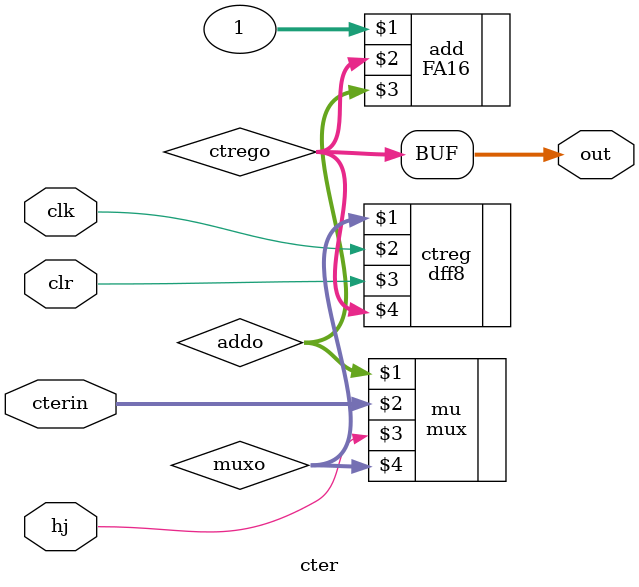
<source format=v>
`timescale 1ns / 1ps


module cter(
    input[7:0] cterin,
    input hj,
    input clk,
    input clr,
    output [7:0] out
    );
  
   wire [7:0] ctrego,addo,muxo;
    
   FA16 add(1,ctrego,addo);
   mux mu(addo,cterin,hj,muxo);
   dff8 ctreg(muxo,clk,clr,ctrego);
    assign out=ctrego;
endmodule

</source>
